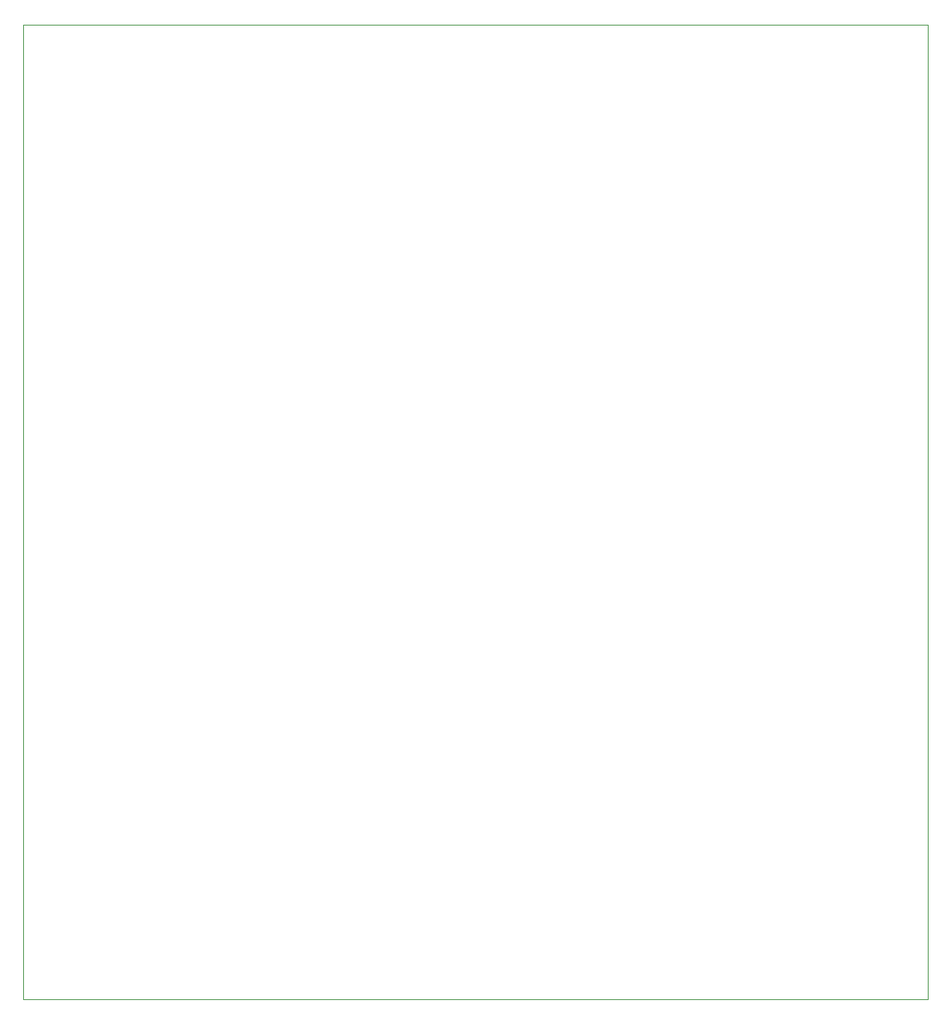
<source format=gbr>
G04 #@! TF.FileFunction,Profile,NP*
%FSLAX46Y46*%
G04 Gerber Fmt 4.6, Leading zero omitted, Abs format (unit mm)*
G04 Created by KiCad (PCBNEW 4.0.4-stable) date 11/21/16 07:18:24*
%MOMM*%
%LPD*%
G01*
G04 APERTURE LIST*
%ADD10C,0.100000*%
G04 APERTURE END LIST*
D10*
X60960000Y-30480000D02*
X60960000Y-137160000D01*
X160020000Y-30480000D02*
X60960000Y-30480000D01*
X160020000Y-137160000D02*
X160020000Y-30480000D01*
X60960000Y-137160000D02*
X160020000Y-137160000D01*
M02*

</source>
